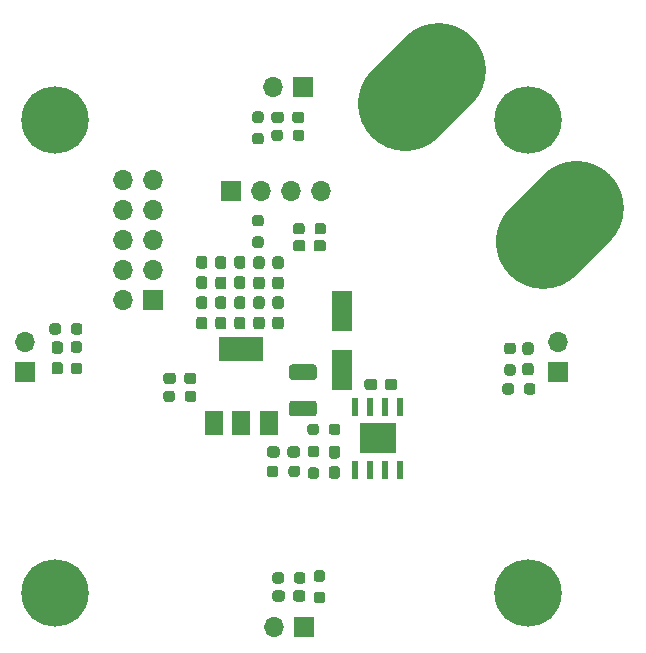
<source format=gbr>
%TF.GenerationSoftware,KiCad,Pcbnew,(5.1.8-0-10_14)*%
%TF.CreationDate,2021-02-24T01:50:54+08:00*%
%TF.ProjectId,batt_board,62617474-5f62-46f6-9172-642e6b696361,v0.2*%
%TF.SameCoordinates,Original*%
%TF.FileFunction,Soldermask,Top*%
%TF.FilePolarity,Negative*%
%FSLAX46Y46*%
G04 Gerber Fmt 4.6, Leading zero omitted, Abs format (unit mm)*
G04 Created by KiCad (PCBNEW (5.1.8-0-10_14)) date 2021-02-24 01:50:54*
%MOMM*%
%LPD*%
G01*
G04 APERTURE LIST*
%ADD10O,1.700000X1.700000*%
%ADD11R,1.700000X1.700000*%
%ADD12C,5.700000*%
%ADD13C,3.600000*%
%ADD14R,1.500000X2.000000*%
%ADD15R,3.800000X2.000000*%
%ADD16R,0.600000X1.550000*%
%ADD17R,3.100000X2.600000*%
%ADD18R,1.800000X3.500000*%
G04 APERTURE END LIST*
%TO.C,C3*%
G36*
G01*
X141895002Y-87009000D02*
X140044998Y-87009000D01*
G75*
G02*
X139795000Y-86759002I0J249998D01*
G01*
X139795000Y-85933998D01*
G75*
G02*
X140044998Y-85684000I249998J0D01*
G01*
X141895002Y-85684000D01*
G75*
G02*
X142145000Y-85933998I0J-249998D01*
G01*
X142145000Y-86759002D01*
G75*
G02*
X141895002Y-87009000I-249998J0D01*
G01*
G37*
G36*
G01*
X141895002Y-90084000D02*
X140044998Y-90084000D01*
G75*
G02*
X139795000Y-89834002I0J249998D01*
G01*
X139795000Y-89008998D01*
G75*
G02*
X140044998Y-88759000I249998J0D01*
G01*
X141895002Y-88759000D01*
G75*
G02*
X142145000Y-89008998I0J-249998D01*
G01*
X142145000Y-89834002D01*
G75*
G02*
X141895002Y-90084000I-249998J0D01*
G01*
G37*
%TD*%
D10*
%TO.C,conn2upper1*%
X125730000Y-70104000D03*
X128270000Y-70104000D03*
X125730000Y-72644000D03*
X128270000Y-72644000D03*
X125730000Y-75184000D03*
X128270000Y-75184000D03*
X125730000Y-77724000D03*
X128270000Y-77724000D03*
X125730000Y-80264000D03*
D11*
X128270000Y-80264000D03*
%TD*%
D12*
%TO.C,H4*%
X160000000Y-65000000D03*
D13*
X160000000Y-65000000D03*
%TD*%
%TO.C,Battery*%
G36*
G01*
X146802390Y-60785976D02*
X149630818Y-57957548D01*
G75*
G02*
X155287672Y-57957548I2828427J-2828427D01*
G01*
X155287672Y-57957548D01*
G75*
G02*
X155287672Y-63614402I-2828427J-2828427D01*
G01*
X152459244Y-66442830D01*
G75*
G02*
X146802390Y-66442830I-2828427J2828427D01*
G01*
X146802390Y-66442830D01*
G75*
G02*
X146802390Y-60785976I2828427J2828427D01*
G01*
G37*
G36*
G01*
X158476723Y-72460309D02*
X161305151Y-69631881D01*
G75*
G02*
X166962005Y-69631881I2828427J-2828427D01*
G01*
X166962005Y-69631881D01*
G75*
G02*
X166962005Y-75288735I-2828427J-2828427D01*
G01*
X164133577Y-78117163D01*
G75*
G02*
X158476723Y-78117163I-2828427J2828427D01*
G01*
X158476723Y-78117163D01*
G75*
G02*
X158476723Y-72460309I2828427J2828427D01*
G01*
G37*
%TD*%
D12*
%TO.C,H2*%
X120000000Y-105000000D03*
D13*
X120000000Y-105000000D03*
%TD*%
D14*
%TO.C,U2*%
X133463000Y-90653000D03*
X138063000Y-90653000D03*
X135763000Y-90653000D03*
D15*
X135763000Y-84353000D03*
%TD*%
D16*
%TO.C,U1*%
X145415000Y-89248000D03*
X146685000Y-89248000D03*
X147955000Y-89248000D03*
X149225000Y-89248000D03*
X149225000Y-94648000D03*
X147955000Y-94648000D03*
X146685000Y-94648000D03*
X145415000Y-94648000D03*
D17*
X147320000Y-91948000D03*
%TD*%
D11*
%TO.C,Receiver1*%
X134874000Y-70993000D03*
D10*
X137414000Y-70993000D03*
X139954000Y-70993000D03*
X142494000Y-70993000D03*
%TD*%
%TO.C,R13*%
G36*
G01*
X137397500Y-73997000D02*
X136922500Y-73997000D01*
G75*
G02*
X136685000Y-73759500I0J237500D01*
G01*
X136685000Y-73259500D01*
G75*
G02*
X136922500Y-73022000I237500J0D01*
G01*
X137397500Y-73022000D01*
G75*
G02*
X137635000Y-73259500I0J-237500D01*
G01*
X137635000Y-73759500D01*
G75*
G02*
X137397500Y-73997000I-237500J0D01*
G01*
G37*
G36*
G01*
X137397500Y-75822000D02*
X136922500Y-75822000D01*
G75*
G02*
X136685000Y-75584500I0J237500D01*
G01*
X136685000Y-75084500D01*
G75*
G02*
X136922500Y-74847000I237500J0D01*
G01*
X137397500Y-74847000D01*
G75*
G02*
X137635000Y-75084500I0J-237500D01*
G01*
X137635000Y-75584500D01*
G75*
G02*
X137397500Y-75822000I-237500J0D01*
G01*
G37*
%TD*%
%TO.C,R12*%
G36*
G01*
X121329000Y-82914500D02*
X121329000Y-82439500D01*
G75*
G02*
X121566500Y-82202000I237500J0D01*
G01*
X122066500Y-82202000D01*
G75*
G02*
X122304000Y-82439500I0J-237500D01*
G01*
X122304000Y-82914500D01*
G75*
G02*
X122066500Y-83152000I-237500J0D01*
G01*
X121566500Y-83152000D01*
G75*
G02*
X121329000Y-82914500I0J237500D01*
G01*
G37*
G36*
G01*
X119504000Y-82914500D02*
X119504000Y-82439500D01*
G75*
G02*
X119741500Y-82202000I237500J0D01*
G01*
X120241500Y-82202000D01*
G75*
G02*
X120479000Y-82439500I0J-237500D01*
G01*
X120479000Y-82914500D01*
G75*
G02*
X120241500Y-83152000I-237500J0D01*
G01*
X119741500Y-83152000D01*
G75*
G02*
X119504000Y-82914500I0J237500D01*
G01*
G37*
%TD*%
%TO.C,R11*%
G36*
G01*
X160658000Y-87519500D02*
X160658000Y-87994500D01*
G75*
G02*
X160420500Y-88232000I-237500J0D01*
G01*
X159920500Y-88232000D01*
G75*
G02*
X159683000Y-87994500I0J237500D01*
G01*
X159683000Y-87519500D01*
G75*
G02*
X159920500Y-87282000I237500J0D01*
G01*
X160420500Y-87282000D01*
G75*
G02*
X160658000Y-87519500I0J-237500D01*
G01*
G37*
G36*
G01*
X158833000Y-87519500D02*
X158833000Y-87994500D01*
G75*
G02*
X158595500Y-88232000I-237500J0D01*
G01*
X158095500Y-88232000D01*
G75*
G02*
X157858000Y-87994500I0J237500D01*
G01*
X157858000Y-87519500D01*
G75*
G02*
X158095500Y-87282000I237500J0D01*
G01*
X158595500Y-87282000D01*
G75*
G02*
X158833000Y-87519500I0J-237500D01*
G01*
G37*
%TD*%
%TO.C,R10*%
G36*
G01*
X142604500Y-105921000D02*
X142129500Y-105921000D01*
G75*
G02*
X141892000Y-105683500I0J237500D01*
G01*
X141892000Y-105183500D01*
G75*
G02*
X142129500Y-104946000I237500J0D01*
G01*
X142604500Y-104946000D01*
G75*
G02*
X142842000Y-105183500I0J-237500D01*
G01*
X142842000Y-105683500D01*
G75*
G02*
X142604500Y-105921000I-237500J0D01*
G01*
G37*
G36*
G01*
X142604500Y-104096000D02*
X142129500Y-104096000D01*
G75*
G02*
X141892000Y-103858500I0J237500D01*
G01*
X141892000Y-103358500D01*
G75*
G02*
X142129500Y-103121000I237500J0D01*
G01*
X142604500Y-103121000D01*
G75*
G02*
X142842000Y-103358500I0J-237500D01*
G01*
X142842000Y-103858500D01*
G75*
G02*
X142604500Y-104096000I-237500J0D01*
G01*
G37*
%TD*%
%TO.C,R9*%
G36*
G01*
X136922500Y-66084000D02*
X137397500Y-66084000D01*
G75*
G02*
X137635000Y-66321500I0J-237500D01*
G01*
X137635000Y-66821500D01*
G75*
G02*
X137397500Y-67059000I-237500J0D01*
G01*
X136922500Y-67059000D01*
G75*
G02*
X136685000Y-66821500I0J237500D01*
G01*
X136685000Y-66321500D01*
G75*
G02*
X136922500Y-66084000I237500J0D01*
G01*
G37*
G36*
G01*
X136922500Y-64259000D02*
X137397500Y-64259000D01*
G75*
G02*
X137635000Y-64496500I0J-237500D01*
G01*
X137635000Y-64996500D01*
G75*
G02*
X137397500Y-65234000I-237500J0D01*
G01*
X136922500Y-65234000D01*
G75*
G02*
X136685000Y-64996500I0J237500D01*
G01*
X136685000Y-64496500D01*
G75*
G02*
X136922500Y-64259000I237500J0D01*
G01*
G37*
%TD*%
%TO.C,R8*%
G36*
G01*
X130131000Y-88154500D02*
X130131000Y-88629500D01*
G75*
G02*
X129893500Y-88867000I-237500J0D01*
G01*
X129393500Y-88867000D01*
G75*
G02*
X129156000Y-88629500I0J237500D01*
G01*
X129156000Y-88154500D01*
G75*
G02*
X129393500Y-87917000I237500J0D01*
G01*
X129893500Y-87917000D01*
G75*
G02*
X130131000Y-88154500I0J-237500D01*
G01*
G37*
G36*
G01*
X131956000Y-88154500D02*
X131956000Y-88629500D01*
G75*
G02*
X131718500Y-88867000I-237500J0D01*
G01*
X131218500Y-88867000D01*
G75*
G02*
X130981000Y-88629500I0J237500D01*
G01*
X130981000Y-88154500D01*
G75*
G02*
X131218500Y-87917000I237500J0D01*
G01*
X131718500Y-87917000D01*
G75*
G02*
X131956000Y-88154500I0J-237500D01*
G01*
G37*
%TD*%
%TO.C,R7*%
G36*
G01*
X138894000Y-94504500D02*
X138894000Y-94979500D01*
G75*
G02*
X138656500Y-95217000I-237500J0D01*
G01*
X138156500Y-95217000D01*
G75*
G02*
X137919000Y-94979500I0J237500D01*
G01*
X137919000Y-94504500D01*
G75*
G02*
X138156500Y-94267000I237500J0D01*
G01*
X138656500Y-94267000D01*
G75*
G02*
X138894000Y-94504500I0J-237500D01*
G01*
G37*
G36*
G01*
X140719000Y-94504500D02*
X140719000Y-94979500D01*
G75*
G02*
X140481500Y-95217000I-237500J0D01*
G01*
X139981500Y-95217000D01*
G75*
G02*
X139744000Y-94979500I0J237500D01*
G01*
X139744000Y-94504500D01*
G75*
G02*
X139981500Y-94267000I237500J0D01*
G01*
X140481500Y-94267000D01*
G75*
G02*
X140719000Y-94504500I0J-237500D01*
G01*
G37*
%TD*%
%TO.C,R6*%
G36*
G01*
X141621500Y-94405000D02*
X142096500Y-94405000D01*
G75*
G02*
X142334000Y-94642500I0J-237500D01*
G01*
X142334000Y-95142500D01*
G75*
G02*
X142096500Y-95380000I-237500J0D01*
G01*
X141621500Y-95380000D01*
G75*
G02*
X141384000Y-95142500I0J237500D01*
G01*
X141384000Y-94642500D01*
G75*
G02*
X141621500Y-94405000I237500J0D01*
G01*
G37*
G36*
G01*
X141621500Y-92580000D02*
X142096500Y-92580000D01*
G75*
G02*
X142334000Y-92817500I0J-237500D01*
G01*
X142334000Y-93317500D01*
G75*
G02*
X142096500Y-93555000I-237500J0D01*
G01*
X141621500Y-93555000D01*
G75*
G02*
X141384000Y-93317500I0J237500D01*
G01*
X141384000Y-92817500D01*
G75*
G02*
X141621500Y-92580000I237500J0D01*
G01*
G37*
%TD*%
%TO.C,R5*%
G36*
G01*
X140126964Y-74433233D02*
X140126964Y-73958233D01*
G75*
G02*
X140364464Y-73720733I237500J0D01*
G01*
X140864464Y-73720733D01*
G75*
G02*
X141101964Y-73958233I0J-237500D01*
G01*
X141101964Y-74433233D01*
G75*
G02*
X140864464Y-74670733I-237500J0D01*
G01*
X140364464Y-74670733D01*
G75*
G02*
X140126964Y-74433233I0J237500D01*
G01*
G37*
G36*
G01*
X141951964Y-74433233D02*
X141951964Y-73958233D01*
G75*
G02*
X142189464Y-73720733I237500J0D01*
G01*
X142689464Y-73720733D01*
G75*
G02*
X142926964Y-73958233I0J-237500D01*
G01*
X142926964Y-74433233D01*
G75*
G02*
X142689464Y-74670733I-237500J0D01*
G01*
X142189464Y-74670733D01*
G75*
G02*
X141951964Y-74433233I0J237500D01*
G01*
G37*
%TD*%
%TO.C,R4*%
G36*
G01*
X122028122Y-84706715D02*
X121553122Y-84706715D01*
G75*
G02*
X121315622Y-84469215I0J237500D01*
G01*
X121315622Y-83969215D01*
G75*
G02*
X121553122Y-83731715I237500J0D01*
G01*
X122028122Y-83731715D01*
G75*
G02*
X122265622Y-83969215I0J-237500D01*
G01*
X122265622Y-84469215D01*
G75*
G02*
X122028122Y-84706715I-237500J0D01*
G01*
G37*
G36*
G01*
X122028122Y-86531715D02*
X121553122Y-86531715D01*
G75*
G02*
X121315622Y-86294215I0J237500D01*
G01*
X121315622Y-85794215D01*
G75*
G02*
X121553122Y-85556715I237500J0D01*
G01*
X122028122Y-85556715D01*
G75*
G02*
X122265622Y-85794215I0J-237500D01*
G01*
X122265622Y-86294215D01*
G75*
G02*
X122028122Y-86531715I-237500J0D01*
G01*
G37*
%TD*%
%TO.C,R3*%
G36*
G01*
X139357000Y-103521500D02*
X139357000Y-103996500D01*
G75*
G02*
X139119500Y-104234000I-237500J0D01*
G01*
X138619500Y-104234000D01*
G75*
G02*
X138382000Y-103996500I0J237500D01*
G01*
X138382000Y-103521500D01*
G75*
G02*
X138619500Y-103284000I237500J0D01*
G01*
X139119500Y-103284000D01*
G75*
G02*
X139357000Y-103521500I0J-237500D01*
G01*
G37*
G36*
G01*
X141182000Y-103521500D02*
X141182000Y-103996500D01*
G75*
G02*
X140944500Y-104234000I-237500J0D01*
G01*
X140444500Y-104234000D01*
G75*
G02*
X140207000Y-103996500I0J237500D01*
G01*
X140207000Y-103521500D01*
G75*
G02*
X140444500Y-103284000I237500J0D01*
G01*
X140944500Y-103284000D01*
G75*
G02*
X141182000Y-103521500I0J-237500D01*
G01*
G37*
%TD*%
%TO.C,R2*%
G36*
G01*
X158258500Y-85668014D02*
X158733500Y-85668014D01*
G75*
G02*
X158971000Y-85905514I0J-237500D01*
G01*
X158971000Y-86405514D01*
G75*
G02*
X158733500Y-86643014I-237500J0D01*
G01*
X158258500Y-86643014D01*
G75*
G02*
X158021000Y-86405514I0J237500D01*
G01*
X158021000Y-85905514D01*
G75*
G02*
X158258500Y-85668014I237500J0D01*
G01*
G37*
G36*
G01*
X158258500Y-83843014D02*
X158733500Y-83843014D01*
G75*
G02*
X158971000Y-84080514I0J-237500D01*
G01*
X158971000Y-84580514D01*
G75*
G02*
X158733500Y-84818014I-237500J0D01*
G01*
X158258500Y-84818014D01*
G75*
G02*
X158021000Y-84580514I0J237500D01*
G01*
X158021000Y-84080514D01*
G75*
G02*
X158258500Y-83843014I237500J0D01*
G01*
G37*
%TD*%
%TO.C,R1*%
G36*
G01*
X140125000Y-66531500D02*
X140125000Y-66056500D01*
G75*
G02*
X140362500Y-65819000I237500J0D01*
G01*
X140862500Y-65819000D01*
G75*
G02*
X141100000Y-66056500I0J-237500D01*
G01*
X141100000Y-66531500D01*
G75*
G02*
X140862500Y-66769000I-237500J0D01*
G01*
X140362500Y-66769000D01*
G75*
G02*
X140125000Y-66531500I0J237500D01*
G01*
G37*
G36*
G01*
X138300000Y-66531500D02*
X138300000Y-66056500D01*
G75*
G02*
X138537500Y-65819000I237500J0D01*
G01*
X139037500Y-65819000D01*
G75*
G02*
X139275000Y-66056500I0J-237500D01*
G01*
X139275000Y-66531500D01*
G75*
G02*
X139037500Y-66769000I-237500J0D01*
G01*
X138537500Y-66769000D01*
G75*
G02*
X138300000Y-66531500I0J237500D01*
G01*
G37*
%TD*%
%TO.C,L1*%
G36*
G01*
X142323000Y-90948500D02*
X142323000Y-91423500D01*
G75*
G02*
X142085500Y-91661000I-237500J0D01*
G01*
X141585500Y-91661000D01*
G75*
G02*
X141348000Y-91423500I0J237500D01*
G01*
X141348000Y-90948500D01*
G75*
G02*
X141585500Y-90711000I237500J0D01*
G01*
X142085500Y-90711000D01*
G75*
G02*
X142323000Y-90948500I0J-237500D01*
G01*
G37*
G36*
G01*
X144148000Y-90948500D02*
X144148000Y-91423500D01*
G75*
G02*
X143910500Y-91661000I-237500J0D01*
G01*
X143410500Y-91661000D01*
G75*
G02*
X143173000Y-91423500I0J237500D01*
G01*
X143173000Y-90948500D01*
G75*
G02*
X143410500Y-90711000I237500J0D01*
G01*
X143910500Y-90711000D01*
G75*
G02*
X144148000Y-90948500I0J-237500D01*
G01*
G37*
%TD*%
D12*
%TO.C,H3*%
X160000000Y-105000000D03*
D13*
X160000000Y-105000000D03*
%TD*%
D12*
%TO.C,H1*%
X120000000Y-65000000D03*
D13*
X120000000Y-65000000D03*
%TD*%
%TO.C,D7*%
G36*
G01*
X130206000Y-86630500D02*
X130206000Y-87105500D01*
G75*
G02*
X129968500Y-87343000I-237500J0D01*
G01*
X129393500Y-87343000D01*
G75*
G02*
X129156000Y-87105500I0J237500D01*
G01*
X129156000Y-86630500D01*
G75*
G02*
X129393500Y-86393000I237500J0D01*
G01*
X129968500Y-86393000D01*
G75*
G02*
X130206000Y-86630500I0J-237500D01*
G01*
G37*
G36*
G01*
X131956000Y-86630500D02*
X131956000Y-87105500D01*
G75*
G02*
X131718500Y-87343000I-237500J0D01*
G01*
X131143500Y-87343000D01*
G75*
G02*
X130906000Y-87105500I0J237500D01*
G01*
X130906000Y-86630500D01*
G75*
G02*
X131143500Y-86393000I237500J0D01*
G01*
X131718500Y-86393000D01*
G75*
G02*
X131956000Y-86630500I0J-237500D01*
G01*
G37*
%TD*%
D18*
%TO.C,D6*%
X144272000Y-81193000D03*
X144272000Y-86193000D03*
%TD*%
%TO.C,D5*%
G36*
G01*
X140126964Y-75870074D02*
X140126964Y-75395074D01*
G75*
G02*
X140364464Y-75157574I237500J0D01*
G01*
X140939464Y-75157574D01*
G75*
G02*
X141176964Y-75395074I0J-237500D01*
G01*
X141176964Y-75870074D01*
G75*
G02*
X140939464Y-76107574I-237500J0D01*
G01*
X140364464Y-76107574D01*
G75*
G02*
X140126964Y-75870074I0J237500D01*
G01*
G37*
G36*
G01*
X141876964Y-75870074D02*
X141876964Y-75395074D01*
G75*
G02*
X142114464Y-75157574I237500J0D01*
G01*
X142689464Y-75157574D01*
G75*
G02*
X142926964Y-75395074I0J-237500D01*
G01*
X142926964Y-75870074D01*
G75*
G02*
X142689464Y-76107574I-237500J0D01*
G01*
X142114464Y-76107574D01*
G75*
G02*
X141876964Y-75870074I0J237500D01*
G01*
G37*
%TD*%
%TO.C,D4*%
G36*
G01*
X119936676Y-85481715D02*
X120411676Y-85481715D01*
G75*
G02*
X120649176Y-85719215I0J-237500D01*
G01*
X120649176Y-86294215D01*
G75*
G02*
X120411676Y-86531715I-237500J0D01*
G01*
X119936676Y-86531715D01*
G75*
G02*
X119699176Y-86294215I0J237500D01*
G01*
X119699176Y-85719215D01*
G75*
G02*
X119936676Y-85481715I237500J0D01*
G01*
G37*
G36*
G01*
X119936676Y-83731715D02*
X120411676Y-83731715D01*
G75*
G02*
X120649176Y-83969215I0J-237500D01*
G01*
X120649176Y-84544215D01*
G75*
G02*
X120411676Y-84781715I-237500J0D01*
G01*
X119936676Y-84781715D01*
G75*
G02*
X119699176Y-84544215I0J237500D01*
G01*
X119699176Y-83969215D01*
G75*
G02*
X119936676Y-83731715I237500J0D01*
G01*
G37*
%TD*%
%TO.C,D3*%
G36*
G01*
X140132000Y-105520500D02*
X140132000Y-105045500D01*
G75*
G02*
X140369500Y-104808000I237500J0D01*
G01*
X140944500Y-104808000D01*
G75*
G02*
X141182000Y-105045500I0J-237500D01*
G01*
X141182000Y-105520500D01*
G75*
G02*
X140944500Y-105758000I-237500J0D01*
G01*
X140369500Y-105758000D01*
G75*
G02*
X140132000Y-105520500I0J237500D01*
G01*
G37*
G36*
G01*
X138382000Y-105520500D02*
X138382000Y-105045500D01*
G75*
G02*
X138619500Y-104808000I237500J0D01*
G01*
X139194500Y-104808000D01*
G75*
G02*
X139432000Y-105045500I0J-237500D01*
G01*
X139432000Y-105520500D01*
G75*
G02*
X139194500Y-105758000I-237500J0D01*
G01*
X138619500Y-105758000D01*
G75*
G02*
X138382000Y-105520500I0J237500D01*
G01*
G37*
%TD*%
%TO.C,D2*%
G36*
G01*
X160257500Y-84867000D02*
X159782500Y-84867000D01*
G75*
G02*
X159545000Y-84629500I0J237500D01*
G01*
X159545000Y-84054500D01*
G75*
G02*
X159782500Y-83817000I237500J0D01*
G01*
X160257500Y-83817000D01*
G75*
G02*
X160495000Y-84054500I0J-237500D01*
G01*
X160495000Y-84629500D01*
G75*
G02*
X160257500Y-84867000I-237500J0D01*
G01*
G37*
G36*
G01*
X160257500Y-86617000D02*
X159782500Y-86617000D01*
G75*
G02*
X159545000Y-86379500I0J237500D01*
G01*
X159545000Y-85804500D01*
G75*
G02*
X159782500Y-85567000I237500J0D01*
G01*
X160257500Y-85567000D01*
G75*
G02*
X160495000Y-85804500I0J-237500D01*
G01*
X160495000Y-86379500D01*
G75*
G02*
X160257500Y-86617000I-237500J0D01*
G01*
G37*
%TD*%
%TO.C,D1*%
G36*
G01*
X139350000Y-64532500D02*
X139350000Y-65007500D01*
G75*
G02*
X139112500Y-65245000I-237500J0D01*
G01*
X138537500Y-65245000D01*
G75*
G02*
X138300000Y-65007500I0J237500D01*
G01*
X138300000Y-64532500D01*
G75*
G02*
X138537500Y-64295000I237500J0D01*
G01*
X139112500Y-64295000D01*
G75*
G02*
X139350000Y-64532500I0J-237500D01*
G01*
G37*
G36*
G01*
X141100000Y-64532500D02*
X141100000Y-65007500D01*
G75*
G02*
X140862500Y-65245000I-237500J0D01*
G01*
X140287500Y-65245000D01*
G75*
G02*
X140050000Y-65007500I0J237500D01*
G01*
X140050000Y-64532500D01*
G75*
G02*
X140287500Y-64295000I237500J0D01*
G01*
X140862500Y-64295000D01*
G75*
G02*
X141100000Y-64532500I0J-237500D01*
G01*
G37*
%TD*%
D10*
%TO.C,CH4*%
X117475000Y-83820000D03*
D11*
X117475000Y-86360000D03*
%TD*%
D10*
%TO.C,CH3*%
X138532200Y-107950000D03*
D11*
X141072200Y-107950000D03*
%TD*%
D10*
%TO.C,CH2*%
X162560000Y-83820000D03*
D11*
X162560000Y-86360000D03*
%TD*%
D10*
%TO.C,CH1*%
X138430000Y-62230000D03*
D11*
X140970000Y-62230000D03*
%TD*%
%TO.C,C14*%
G36*
G01*
X137008767Y-78254036D02*
X137483767Y-78254036D01*
G75*
G02*
X137721267Y-78491536I0J-237500D01*
G01*
X137721267Y-79091536D01*
G75*
G02*
X137483767Y-79329036I-237500J0D01*
G01*
X137008767Y-79329036D01*
G75*
G02*
X136771267Y-79091536I0J237500D01*
G01*
X136771267Y-78491536D01*
G75*
G02*
X137008767Y-78254036I237500J0D01*
G01*
G37*
G36*
G01*
X137008767Y-76529036D02*
X137483767Y-76529036D01*
G75*
G02*
X137721267Y-76766536I0J-237500D01*
G01*
X137721267Y-77366536D01*
G75*
G02*
X137483767Y-77604036I-237500J0D01*
G01*
X137008767Y-77604036D01*
G75*
G02*
X136771267Y-77366536I0J237500D01*
G01*
X136771267Y-76766536D01*
G75*
G02*
X137008767Y-76529036I237500J0D01*
G01*
G37*
%TD*%
%TO.C,C13*%
G36*
G01*
X135867321Y-77568511D02*
X135392321Y-77568511D01*
G75*
G02*
X135154821Y-77331011I0J237500D01*
G01*
X135154821Y-76731011D01*
G75*
G02*
X135392321Y-76493511I237500J0D01*
G01*
X135867321Y-76493511D01*
G75*
G02*
X136104821Y-76731011I0J-237500D01*
G01*
X136104821Y-77331011D01*
G75*
G02*
X135867321Y-77568511I-237500J0D01*
G01*
G37*
G36*
G01*
X135867321Y-79293511D02*
X135392321Y-79293511D01*
G75*
G02*
X135154821Y-79056011I0J237500D01*
G01*
X135154821Y-78456011D01*
G75*
G02*
X135392321Y-78218511I237500J0D01*
G01*
X135867321Y-78218511D01*
G75*
G02*
X136104821Y-78456011I0J-237500D01*
G01*
X136104821Y-79056011D01*
G75*
G02*
X135867321Y-79293511I-237500J0D01*
G01*
G37*
%TD*%
%TO.C,C12*%
G36*
G01*
X132159429Y-78218511D02*
X132634429Y-78218511D01*
G75*
G02*
X132871929Y-78456011I0J-237500D01*
G01*
X132871929Y-79056011D01*
G75*
G02*
X132634429Y-79293511I-237500J0D01*
G01*
X132159429Y-79293511D01*
G75*
G02*
X131921929Y-79056011I0J237500D01*
G01*
X131921929Y-78456011D01*
G75*
G02*
X132159429Y-78218511I237500J0D01*
G01*
G37*
G36*
G01*
X132159429Y-76493511D02*
X132634429Y-76493511D01*
G75*
G02*
X132871929Y-76731011I0J-237500D01*
G01*
X132871929Y-77331011D01*
G75*
G02*
X132634429Y-77568511I-237500J0D01*
G01*
X132159429Y-77568511D01*
G75*
G02*
X131921929Y-77331011I0J237500D01*
G01*
X131921929Y-76731011D01*
G75*
G02*
X132159429Y-76493511I237500J0D01*
G01*
G37*
%TD*%
%TO.C,C11*%
G36*
G01*
X134250875Y-77604036D02*
X133775875Y-77604036D01*
G75*
G02*
X133538375Y-77366536I0J237500D01*
G01*
X133538375Y-76766536D01*
G75*
G02*
X133775875Y-76529036I237500J0D01*
G01*
X134250875Y-76529036D01*
G75*
G02*
X134488375Y-76766536I0J-237500D01*
G01*
X134488375Y-77366536D01*
G75*
G02*
X134250875Y-77604036I-237500J0D01*
G01*
G37*
G36*
G01*
X134250875Y-79329036D02*
X133775875Y-79329036D01*
G75*
G02*
X133538375Y-79091536I0J237500D01*
G01*
X133538375Y-78491536D01*
G75*
G02*
X133775875Y-78254036I237500J0D01*
G01*
X134250875Y-78254036D01*
G75*
G02*
X134488375Y-78491536I0J-237500D01*
G01*
X134488375Y-79091536D01*
G75*
G02*
X134250875Y-79329036I-237500J0D01*
G01*
G37*
%TD*%
%TO.C,C10*%
G36*
G01*
X138625213Y-76529036D02*
X139100213Y-76529036D01*
G75*
G02*
X139337713Y-76766536I0J-237500D01*
G01*
X139337713Y-77366536D01*
G75*
G02*
X139100213Y-77604036I-237500J0D01*
G01*
X138625213Y-77604036D01*
G75*
G02*
X138387713Y-77366536I0J237500D01*
G01*
X138387713Y-76766536D01*
G75*
G02*
X138625213Y-76529036I237500J0D01*
G01*
G37*
G36*
G01*
X138625213Y-78254036D02*
X139100213Y-78254036D01*
G75*
G02*
X139337713Y-78491536I0J-237500D01*
G01*
X139337713Y-79091536D01*
G75*
G02*
X139100213Y-79329036I-237500J0D01*
G01*
X138625213Y-79329036D01*
G75*
G02*
X138387713Y-79091536I0J237500D01*
G01*
X138387713Y-78491536D01*
G75*
G02*
X138625213Y-78254036I237500J0D01*
G01*
G37*
%TD*%
%TO.C,C9*%
G36*
G01*
X137483767Y-80996934D02*
X137008767Y-80996934D01*
G75*
G02*
X136771267Y-80759434I0J237500D01*
G01*
X136771267Y-80159434D01*
G75*
G02*
X137008767Y-79921934I237500J0D01*
G01*
X137483767Y-79921934D01*
G75*
G02*
X137721267Y-80159434I0J-237500D01*
G01*
X137721267Y-80759434D01*
G75*
G02*
X137483767Y-80996934I-237500J0D01*
G01*
G37*
G36*
G01*
X137483767Y-82721934D02*
X137008767Y-82721934D01*
G75*
G02*
X136771267Y-82484434I0J237500D01*
G01*
X136771267Y-81884434D01*
G75*
G02*
X137008767Y-81646934I237500J0D01*
G01*
X137483767Y-81646934D01*
G75*
G02*
X137721267Y-81884434I0J-237500D01*
G01*
X137721267Y-82484434D01*
G75*
G02*
X137483767Y-82721934I-237500J0D01*
G01*
G37*
%TD*%
%TO.C,C8*%
G36*
G01*
X135392321Y-81646934D02*
X135867321Y-81646934D01*
G75*
G02*
X136104821Y-81884434I0J-237500D01*
G01*
X136104821Y-82484434D01*
G75*
G02*
X135867321Y-82721934I-237500J0D01*
G01*
X135392321Y-82721934D01*
G75*
G02*
X135154821Y-82484434I0J237500D01*
G01*
X135154821Y-81884434D01*
G75*
G02*
X135392321Y-81646934I237500J0D01*
G01*
G37*
G36*
G01*
X135392321Y-79921934D02*
X135867321Y-79921934D01*
G75*
G02*
X136104821Y-80159434I0J-237500D01*
G01*
X136104821Y-80759434D01*
G75*
G02*
X135867321Y-80996934I-237500J0D01*
G01*
X135392321Y-80996934D01*
G75*
G02*
X135154821Y-80759434I0J237500D01*
G01*
X135154821Y-80159434D01*
G75*
G02*
X135392321Y-79921934I237500J0D01*
G01*
G37*
%TD*%
%TO.C,C7*%
G36*
G01*
X134250875Y-80996934D02*
X133775875Y-80996934D01*
G75*
G02*
X133538375Y-80759434I0J237500D01*
G01*
X133538375Y-80159434D01*
G75*
G02*
X133775875Y-79921934I237500J0D01*
G01*
X134250875Y-79921934D01*
G75*
G02*
X134488375Y-80159434I0J-237500D01*
G01*
X134488375Y-80759434D01*
G75*
G02*
X134250875Y-80996934I-237500J0D01*
G01*
G37*
G36*
G01*
X134250875Y-82721934D02*
X133775875Y-82721934D01*
G75*
G02*
X133538375Y-82484434I0J237500D01*
G01*
X133538375Y-81884434D01*
G75*
G02*
X133775875Y-81646934I237500J0D01*
G01*
X134250875Y-81646934D01*
G75*
G02*
X134488375Y-81884434I0J-237500D01*
G01*
X134488375Y-82484434D01*
G75*
G02*
X134250875Y-82721934I-237500J0D01*
G01*
G37*
%TD*%
%TO.C,C6*%
G36*
G01*
X132159429Y-81646934D02*
X132634429Y-81646934D01*
G75*
G02*
X132871929Y-81884434I0J-237500D01*
G01*
X132871929Y-82484434D01*
G75*
G02*
X132634429Y-82721934I-237500J0D01*
G01*
X132159429Y-82721934D01*
G75*
G02*
X131921929Y-82484434I0J237500D01*
G01*
X131921929Y-81884434D01*
G75*
G02*
X132159429Y-81646934I237500J0D01*
G01*
G37*
G36*
G01*
X132159429Y-79921934D02*
X132634429Y-79921934D01*
G75*
G02*
X132871929Y-80159434I0J-237500D01*
G01*
X132871929Y-80759434D01*
G75*
G02*
X132634429Y-80996934I-237500J0D01*
G01*
X132159429Y-80996934D01*
G75*
G02*
X131921929Y-80759434I0J237500D01*
G01*
X131921929Y-80159434D01*
G75*
G02*
X132159429Y-79921934I237500J0D01*
G01*
G37*
%TD*%
%TO.C,C5*%
G36*
G01*
X139100213Y-82721934D02*
X138625213Y-82721934D01*
G75*
G02*
X138387713Y-82484434I0J237500D01*
G01*
X138387713Y-81884434D01*
G75*
G02*
X138625213Y-81646934I237500J0D01*
G01*
X139100213Y-81646934D01*
G75*
G02*
X139337713Y-81884434I0J-237500D01*
G01*
X139337713Y-82484434D01*
G75*
G02*
X139100213Y-82721934I-237500J0D01*
G01*
G37*
G36*
G01*
X139100213Y-80996934D02*
X138625213Y-80996934D01*
G75*
G02*
X138387713Y-80759434I0J237500D01*
G01*
X138387713Y-80159434D01*
G75*
G02*
X138625213Y-79921934I237500J0D01*
G01*
X139100213Y-79921934D01*
G75*
G02*
X139337713Y-80159434I0J-237500D01*
G01*
X139337713Y-80759434D01*
G75*
G02*
X139100213Y-80996934I-237500J0D01*
G01*
G37*
%TD*%
%TO.C,C4*%
G36*
G01*
X138994000Y-92853500D02*
X138994000Y-93328500D01*
G75*
G02*
X138756500Y-93566000I-237500J0D01*
G01*
X138156500Y-93566000D01*
G75*
G02*
X137919000Y-93328500I0J237500D01*
G01*
X137919000Y-92853500D01*
G75*
G02*
X138156500Y-92616000I237500J0D01*
G01*
X138756500Y-92616000D01*
G75*
G02*
X138994000Y-92853500I0J-237500D01*
G01*
G37*
G36*
G01*
X140719000Y-92853500D02*
X140719000Y-93328500D01*
G75*
G02*
X140481500Y-93566000I-237500J0D01*
G01*
X139881500Y-93566000D01*
G75*
G02*
X139644000Y-93328500I0J237500D01*
G01*
X139644000Y-92853500D01*
G75*
G02*
X139881500Y-92616000I237500J0D01*
G01*
X140481500Y-92616000D01*
G75*
G02*
X140719000Y-92853500I0J-237500D01*
G01*
G37*
%TD*%
%TO.C,C2*%
G36*
G01*
X143874500Y-93655000D02*
X143399500Y-93655000D01*
G75*
G02*
X143162000Y-93417500I0J237500D01*
G01*
X143162000Y-92817500D01*
G75*
G02*
X143399500Y-92580000I237500J0D01*
G01*
X143874500Y-92580000D01*
G75*
G02*
X144112000Y-92817500I0J-237500D01*
G01*
X144112000Y-93417500D01*
G75*
G02*
X143874500Y-93655000I-237500J0D01*
G01*
G37*
G36*
G01*
X143874500Y-95380000D02*
X143399500Y-95380000D01*
G75*
G02*
X143162000Y-95142500I0J237500D01*
G01*
X143162000Y-94542500D01*
G75*
G02*
X143399500Y-94305000I237500J0D01*
G01*
X143874500Y-94305000D01*
G75*
G02*
X144112000Y-94542500I0J-237500D01*
G01*
X144112000Y-95142500D01*
G75*
G02*
X143874500Y-95380000I-237500J0D01*
G01*
G37*
%TD*%
%TO.C,C1*%
G36*
G01*
X147899000Y-87613500D02*
X147899000Y-87138500D01*
G75*
G02*
X148136500Y-86901000I237500J0D01*
G01*
X148736500Y-86901000D01*
G75*
G02*
X148974000Y-87138500I0J-237500D01*
G01*
X148974000Y-87613500D01*
G75*
G02*
X148736500Y-87851000I-237500J0D01*
G01*
X148136500Y-87851000D01*
G75*
G02*
X147899000Y-87613500I0J237500D01*
G01*
G37*
G36*
G01*
X146174000Y-87613500D02*
X146174000Y-87138500D01*
G75*
G02*
X146411500Y-86901000I237500J0D01*
G01*
X147011500Y-86901000D01*
G75*
G02*
X147249000Y-87138500I0J-237500D01*
G01*
X147249000Y-87613500D01*
G75*
G02*
X147011500Y-87851000I-237500J0D01*
G01*
X146411500Y-87851000D01*
G75*
G02*
X146174000Y-87613500I0J237500D01*
G01*
G37*
%TD*%
M02*

</source>
